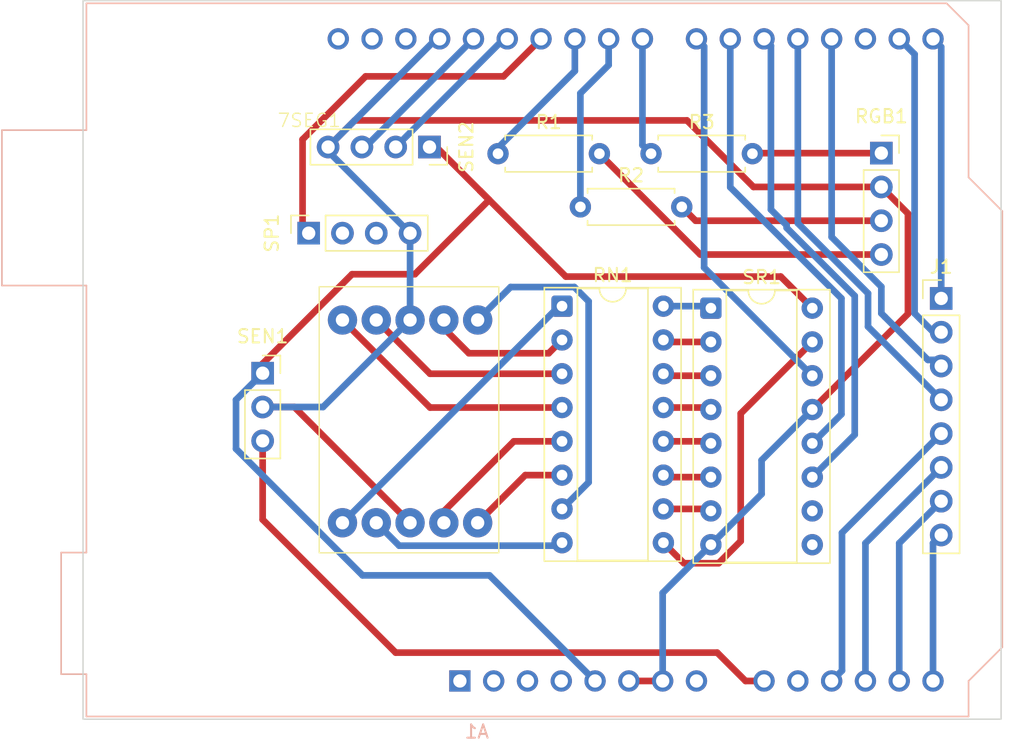
<source format=kicad_pcb>
(kicad_pcb (version 20241229) (generator "pcbnew") (generator_version "9.0")
  (layers (0 "F.Cu" signal) (2 "B.Cu" signal) (13 "F.Paste" user) (15 "B.Paste" user) (5 "F.SilkS" user "F.Silkscreen") (7 "B.SilkS" user "B.Silkscreen") (1 "F.Mask" user) (3 "B.Mask" user) (25 "Edge.Cuts" user))
  (net 0 "")
  (net 1 "/DP")
  (net 2 "/D")
  (net 3 "GND")
  (net 4 "/C")
  (net 5 "/B")
  (net 6 "/A")
  (net 7 "/G")
  (net 8 "/F")
  (net 9 "/E")
  (net 10 "/D2")
  (net 11 "/D13")
  (net 12 "/PWM9")
  (net 13 "/D4")
  (net 14 "/A1")
  (net 15 "/D6")
  (net 17 "/A2")
  (net 18 "/A4")
  (net 20 "/A5")
  (net 21 "/PWM11")
  (net 22 "/PWM8")
  (net 23 "/D7")
  (net 26 "/D3")
  (net 27 "/5v")
  (net 29 "/D12")
  (net 30 "/A0")
  (net 32 "/D1")
  (net 34 "/A3")
  (net 35 "/D5")
  (net 36 "/D0")
  (net 37 "/PWM10")
  (net 39 "Net-(RGB1-Pin_4)")
  (net 40 "Net-(RGB1-Pin_3)")
  (net 41 "Net-(RGB1-Pin_1)")
  (net 42 "/10")
  (net 43 "Net-(RN1-R3.2)")
  (net 44 "Net-(RN1-R2.2)")
  (net 45 "/11")
  (net 46 "/12")
  (net 47 "Net-(RN1-R4.2)")
  (net 48 "Net-(RN1-R1.2)")
  (net 49 "Net-(RN1-R8.2)")
  (footprint "Connector_PinSocket_2.54mm:PinSocket_1x03_P2.54mm_Vertical" (layer "F.Cu") (at 114 86)
    (property "Reference" "SEN1" (at 0 -2.77 0) (layer "F.SilkS"))
    (property "Value" "Conn_01x03_Socket")
    (fp_line (start -1.33 1.27) (end -1.33 6.41) (stroke (width 0.12)) (layer "F.SilkS"))
    (fp_line (start -1.33 1.27) (end 1.33 1.27) (stroke (width 0.12)) (layer "F.SilkS"))
    (fp_line (start -1.33 6.41) (end 1.33 6.41) (stroke (width 0.12)) (layer "F.SilkS"))
    (fp_line (start 0 -1.33) (end 1.33 -1.33) (stroke (width 0.12)) (layer "F.SilkS"))
    (fp_line (start 1.33 -1.33) (end 1.33 0) (stroke (width 0.12)) (layer "F.SilkS"))
    (fp_line (start 1.33 1.27) (end 1.33 6.41) (stroke (width 0.12)) (layer "F.SilkS"))
    (pad "1" thru_hole rect (at 0 0) (size 1.7 1.7) (drill 1) (layers "*.Cu" "*.Mask") (net 27 "/5v"))
    (pad "2" thru_hole circle (at 0 2.54) (size 1.7 1.7) (drill 1) (layers "*.Cu" "*.Mask") (net 3 "GND"))
    (pad "3" thru_hole circle (at 0 5.08) (size 1.7 1.7) (drill 1) (layers "*.Cu" "*.Mask") (net 30 "/A0"))
  )
  (footprint "Resistor_THT:R_Axial_DIN0207_L6.3mm_D2.5mm_P7.62mm_Horizontal" (layer "F.Cu") (at 131.69 69.5)
    (property "Reference" "R1" (at 3.81 -2.37 0) (layer "F.SilkS"))
    (property "Value" "R")
    (fp_line (start 0.54 -1.37) (end 7.08 -1.37) (stroke (width 0.12)) (layer "F.SilkS"))
    (fp_line (start 0.54 -1.04) (end 0.54 -1.37) (stroke (width 0.12)) (layer "F.SilkS"))
    (fp_line (start 0.54 1.04) (end 0.54 1.37) (stroke (width 0.12)) (layer "F.SilkS"))
    (fp_line (start 0.54 1.37) (end 7.08 1.37) (stroke (width 0.12)) (layer "F.SilkS"))
    (fp_line (start 7.08 -1.37) (end 7.08 -1.04) (stroke (width 0.12)) (layer "F.SilkS"))
    (fp_line (start 7.08 1.37) (end 7.08 1.04) (stroke (width 0.12)) (layer "F.SilkS"))
    (pad "1" thru_hole circle (at 0 0) (size 1.6 1.6) (drill 0.8) (layers "*.Cu" "*.Mask") (net 37 "/PWM10"))
    (pad "2" thru_hole circle (at 7.62 0) (size 1.6 1.6) (drill 0.8) (layers "*.Cu" "*.Mask") (net 39 "Net-(RGB1-Pin_4)"))
  )
  (footprint "Package_DIP:DIP-16_W7.62mm_Socket" (layer "F.Cu") (at 136.5 80.96)
    (property "Reference" "RN1" (at 3.81 -2.33 0) (layer "F.SilkS"))
    (property "Value" "R_Pack08")
    (fp_line (start 1.16 -1.33) (end 1.16 19.11) (stroke (width 0.12)) (layer "F.SilkS"))
    (fp_line (start 1.16 19.11) (end 6.46 19.11) (stroke (width 0.12)) (layer "F.SilkS"))
    (fp_line (start 2.81 -1.33) (end 1.16 -1.33) (stroke (width 0.12)) (layer "F.SilkS"))
    (fp_line (start 6.46 -1.33) (end 4.81 -1.33) (stroke (width 0.12)) (layer "F.SilkS"))
    (fp_line (start 6.46 19.11) (end 6.46 -1.33) (stroke (width 0.12)) (layer "F.SilkS"))
    (fp_rect (start -1.33 -1.39) (end 8.95 19.17) (stroke (width 0.12)) (fill no) (layer "F.SilkS"))
    (fp_arc (start 4.81 -1.33) (mid 3.81 -0.33) (end 2.81 -1.33) (stroke (width 0.12)) (layer "F.SilkS"))
    (pad "1" thru_hole roundrect (at 0 0) (size 1.6 1.6) (drill 0.8) (layers "*.Cu" "*.Mask") (roundrect_rratio 0.15625) (net 5 "/B"))
    (pad "2" thru_hole circle (at 0 2.54) (size 1.6 1.6) (drill 0.8) (layers "*.Cu" "*.Mask") (net 4 "/C"))
    (pad "3" thru_hole circle (at 0 5.08) (size 1.6 1.6) (drill 0.8) (layers "*.Cu" "*.Mask") (net 2 "/D"))
    (pad "4" thru_hole circle (at 0 7.62) (size 1.6 1.6) (drill 0.8) (layers "*.Cu" "*.Mask") (net 9 "/E"))
    (pad "5" thru_hole circle (at 0 10.16) (size 1.6 1.6) (drill 0.8) (layers "*.Cu" "*.Mask") (net 8 "/F"))
    (pad "6" thru_hole circle (at 0 12.7) (size 1.6 1.6) (drill 0.8) (layers "*.Cu" "*.Mask") (net 7 "/G"))
    (pad "7" thru_hole circle (at 0 15.24) (size 1.6 1.6) (drill 0.8) (layers "*.Cu" "*.Mask") (net 1 "/DP"))
    (pad "8" thru_hole circle (at 0 17.78) (size 1.6 1.6) (drill 0.8) (layers "*.Cu" "*.Mask") (net 6 "/A"))
    (pad "9" thru_hole circle (at 7.62 17.78) (size 1.6 1.6) (drill 0.8) (layers "*.Cu" "*.Mask") (net 49 "Net-(RN1-R8.2)"))
    (pad "10" thru_hole circle (at 7.62 15.24) (size 1.6 1.6) (drill 0.8) (layers "*.Cu" "*.Mask") (net 42 "/10"))
    (pad "11" thru_hole circle (at 7.62 12.7) (size 1.6 1.6) (drill 0.8) (layers "*.Cu" "*.Mask") (net 45 "/11"))
    (pad "12" thru_hole circle (at 7.62 10.16) (size 1.6 1.6) (drill 0.8) (layers "*.Cu" "*.Mask") (net 46 "/12"))
    (pad "13" thru_hole circle (at 7.62 7.62) (size 1.6 1.6) (drill 0.8) (layers "*.Cu" "*.Mask") (net 47 "Net-(RN1-R4.2)"))
    (pad "14" thru_hole circle (at 7.62 5.08) (size 1.6 1.6) (drill 0.8) (layers "*.Cu" "*.Mask") (net 43 "Net-(RN1-R3.2)"))
    (pad "15" thru_hole circle (at 7.62 2.54) (size 1.6 1.6) (drill 0.8) (layers "*.Cu" "*.Mask") (net 44 "Net-(RN1-R2.2)"))
    (pad "16" thru_hole circle (at 7.62 0) (size 1.6 1.6) (drill 0.8) (layers "*.Cu" "*.Mask") (net 48 "Net-(RN1-R1.2)"))
  )
  (footprint "footprints:LS-5161AS" (layer "F.Cu") (at 120 82)
    (property "Reference" "7SEG1" (at -2.5 -15 0) (layer "F.SilkS") (effects (font (thickness 0.1))))
    (property "Value" "D168K")
    (fp_rect (start -1.75 -2.5) (end 11.75 17.5) (stroke (width 0.1)) (fill no) (layer "F.SilkS"))
    (pad "1" thru_hole circle (at 0 0) (size 2.2 2.2) (drill 1) (layers "*.Cu" "*.Mask") (net 9 "/E"))
    (pad "2" thru_hole circle (at 2.54 0) (size 2.2 2.2) (drill 1) (layers "*.Cu" "*.Mask") (net 2 "/D"))
    (pad "3" thru_hole circle (at 5.08 0) (size 2.2 2.2) (drill 1) (layers "*.Cu" "*.Mask") (net 3 "GND"))
    (pad "4" thru_hole circle (at 7.62 0) (size 2.2 2.2) (drill 1) (layers "*.Cu" "*.Mask") (net 4 "/C"))
    (pad "5" thru_hole circle (at 10.16 0) (size 2.2 2.2) (drill 1) (layers "*.Cu" "*.Mask") (net 1 "/DP"))
    (pad "6" thru_hole circle (at 0 15.24) (size 2.2 2.2) (drill 1) (layers "*.Cu" "*.Mask") (net 5 "/B"))
    (pad "7" thru_hole circle (at 2.54 15.24) (size 2.2 2.2) (drill 1) (layers "*.Cu" "*.Mask") (net 6 "/A"))
    (pad "8" thru_hole circle (at 5.08 15.24) (size 2.2 2.2) (drill 1) (layers "*.Cu" "*.Mask") (net 3 "GND"))
    (pad "9" thru_hole circle (at 7.62 15.24) (size 2.2 2.2) (drill 1) (layers "*.Cu" "*.Mask") (net 8 "/F"))
    (pad "10" thru_hole circle (at 10.16 15.24) (size 2.2 2.2) (drill 1) (layers "*.Cu" "*.Mask") (net 7 "/G"))
  )
  (footprint "Resistor_THT:R_Axial_DIN0207_L6.3mm_D2.5mm_P7.62mm_Horizontal" (layer "F.Cu") (at 137.88 73.5)
    (property "Reference" "R2" (at 3.81 -2.37 0) (layer "F.SilkS"))
    (property "Value" "R")
    (fp_line (start 0.54 -1.37) (end 7.08 -1.37) (stroke (width 0.12)) (layer "F.SilkS"))
    (fp_line (start 0.54 -1.04) (end 0.54 -1.37) (stroke (width 0.12)) (layer "F.SilkS"))
    (fp_line (start 0.54 1.04) (end 0.54 1.37) (stroke (width 0.12)) (layer "F.SilkS"))
    (fp_line (start 0.54 1.37) (end 7.08 1.37) (stroke (width 0.12)) (layer "F.SilkS"))
    (fp_line (start 7.08 -1.37) (end 7.08 -1.04) (stroke (width 0.12)) (layer "F.SilkS"))
    (fp_line (start 7.08 1.37) (end 7.08 1.04) (stroke (width 0.12)) (layer "F.SilkS"))
    (pad "1" thru_hole circle (at 0 0) (size 1.6 1.6) (drill 0.8) (layers "*.Cu" "*.Mask") (net 12 "/PWM9"))
    (pad "2" thru_hole circle (at 7.62 0) (size 1.6 1.6) (drill 0.8) (layers "*.Cu" "*.Mask") (net 40 "Net-(RGB1-Pin_3)"))
  )
  (footprint "Connector_PinSocket_2.54mm:PinSocket_1x04_P2.54mm_Vertical" (layer "F.Cu") (at 126.54 69 -90)
    (property "Reference" "SEN2" (at 0 -2.77 90) (layer "F.SilkS"))
    (property "Value" "Conn_01x04_Socket")
    (fp_line (start -1.33 8.95) (end 1.33 8.95) (stroke (width 0.12)) (layer "F.SilkS"))
    (fp_line (start -1.33 1.27) (end -1.33 8.95) (stroke (width 0.12)) (layer "F.SilkS"))
    (fp_line (start -1.33 1.27) (end 1.33 1.27) (stroke (width 0.12)) (layer "F.SilkS"))
    (fp_line (start 1.33 1.27) (end 1.33 8.95) (stroke (width 0.12)) (layer "F.SilkS"))
    (fp_line (start 0 -1.33) (end 1.33 -1.33) (stroke (width 0.12)) (layer "F.SilkS"))
    (fp_line (start 1.33 -1.33) (end 1.33 0) (stroke (width 0.12)) (layer "F.SilkS"))
    (pad "1" thru_hole rect (at 0 0 270) (size 1.7 1.7) (drill 1) (layers "*.Cu" "*.Mask") (net 27 "/5v"))
    (pad "2" thru_hole circle (at 0 2.54 270) (size 1.7 1.7) (drill 1) (layers "*.Cu" "*.Mask") (net 29 "/D12"))
    (pad "3" thru_hole circle (at 0 5.08 270) (size 1.7 1.7) (drill 1) (layers "*.Cu" "*.Mask") (net 11 "/D13"))
    (pad "4" thru_hole circle (at 0 7.62 270) (size 1.7 1.7) (drill 1) (layers "*.Cu" "*.Mask") (net 3 "GND"))
  )
  (footprint "Connector_PinSocket_2.54mm:PinSocket_1x04_P2.54mm_Vertical" (layer "F.Cu") (at 160.5 69.46)
    (property "Reference" "RGB1" (at 0 -2.77 0) (layer "F.SilkS"))
    (property "Value" "Conn_01x04_Socket")
    (fp_line (start -1.33 1.27) (end -1.33 8.95) (stroke (width 0.12)) (layer "F.SilkS"))
    (fp_line (start -1.33 1.27) (end 1.33 1.27) (stroke (width 0.12)) (layer "F.SilkS"))
    (fp_line (start -1.33 8.95) (end 1.33 8.95) (stroke (width 0.12)) (layer "F.SilkS"))
    (fp_line (start 0 -1.33) (end 1.33 -1.33) (stroke (width 0.12)) (layer "F.SilkS"))
    (fp_line (start 1.33 -1.33) (end 1.33 0) (stroke (width 0.12)) (layer "F.SilkS"))
    (fp_line (start 1.33 1.27) (end 1.33 8.95) (stroke (width 0.12)) (layer "F.SilkS"))
    (pad "1" thru_hole rect (at 0 0) (size 1.7 1.7) (drill 1) (layers "*.Cu" "*.Mask") (net 41 "Net-(RGB1-Pin_1)"))
    (pad "2" thru_hole circle (at 0 2.54) (size 1.7 1.7) (drill 1) (layers "*.Cu" "*.Mask") (net 3 "GND"))
    (pad "3" thru_hole circle (at 0 5.08) (size 1.7 1.7) (drill 1) (layers "*.Cu" "*.Mask") (net 40 "Net-(RGB1-Pin_3)"))
    (pad "4" thru_hole circle (at 0 7.62) (size 1.7 1.7) (drill 1) (layers "*.Cu" "*.Mask") (net 39 "Net-(RGB1-Pin_4)"))
  )
  (footprint "Resistor_THT:R_Axial_DIN0207_L6.3mm_D2.5mm_P7.62mm_Horizontal" (layer "F.Cu") (at 143.19 69.5)
    (property "Reference" "R3" (at 3.81 -2.37 0) (layer "F.SilkS"))
    (property "Value" "R")
    (fp_line (start 0.54 -1.37) (end 7.08 -1.37) (stroke (width 0.12)) (layer "F.SilkS"))
    (fp_line (start 0.54 -1.04) (end 0.54 -1.37) (stroke (width 0.12)) (layer "F.SilkS"))
    (fp_line (start 0.54 1.04) (end 0.54 1.37) (stroke (width 0.12)) (layer "F.SilkS"))
    (fp_line (start 0.54 1.37) (end 7.08 1.37) (stroke (width 0.12)) (layer "F.SilkS"))
    (fp_line (start 7.08 -1.37) (end 7.08 -1.04) (stroke (width 0.12)) (layer "F.SilkS"))
    (fp_line (start 7.08 1.37) (end 7.08 1.04) (stroke (width 0.12)) (layer "F.SilkS"))
    (pad "1" thru_hole circle (at 0 0) (size 1.6 1.6) (drill 0.8) (layers "*.Cu" "*.Mask") (net 22 "/PWM8"))
    (pad "2" thru_hole circle (at 7.62 0) (size 1.6 1.6) (drill 0.8) (layers "*.Cu" "*.Mask") (net 41 "Net-(RGB1-Pin_1)"))
  )
  (footprint "Connector_PinSocket_2.54mm:PinSocket_1x04_P2.54mm_Vertical" (layer "F.Cu") (at 117.46 75.475 90)
    (property "Reference" "SP1" (at 0 -2.77 90) (layer "F.SilkS"))
    (property "Value" "Conn_01x04_Socket")
    (fp_line (start 1.33 -1.33) (end 1.33 0) (stroke (width 0.12)) (layer "F.SilkS"))
    (fp_line (start 0 -1.33) (end 1.33 -1.33) (stroke (width 0.12)) (layer "F.SilkS"))
    (fp_line (start 1.33 1.27) (end 1.33 8.95) (stroke (width 0.12)) (layer "F.SilkS"))
    (fp_line (start -1.33 1.27) (end 1.33 1.27) (stroke (width 0.12)) (layer "F.SilkS"))
    (fp_line (start -1.33 1.27) (end -1.33 8.95) (stroke (width 0.12)) (layer "F.SilkS"))
    (fp_line (start -1.33 8.95) (end 1.33 8.95) (stroke (width 0.12)) (layer "F.SilkS"))
    (pad "1" thru_hole rect (at 0 0 90) (size 1.7 1.7) (drill 1) (layers "*.Cu" "*.Mask") (net 21 "/PWM11"))
    (pad "2" thru_hole circle (at 0 2.54 90) (size 1.7 1.7) (drill 1) (layers "*.Cu" "*.Mask"))
    (pad "3" thru_hole circle (at 0 5.08 90) (size 1.7 1.7) (drill 1) (layers "*.Cu" "*.Mask"))
    (pad "4" thru_hole circle (at 0 7.62 90) (size 1.7 1.7) (drill 1) (layers "*.Cu" "*.Mask") (net 3 "GND"))
  )
  (footprint "Package_DIP:DIP-16_W7.62mm_Socket" (layer "F.Cu") (at 147.69 81.11)
    (property "Reference" "SR1" (at 3.81 -2.33 0) (layer "F.SilkS"))
    (property "Value" "74HC595")
    (fp_line (start 1.16 -1.33) (end 1.16 19.11) (stroke (width 0.12)) (layer "F.SilkS"))
    (fp_line (start 1.16 19.11) (end 6.46 19.11) (stroke (width 0.12)) (layer "F.SilkS"))
    (fp_line (start 2.81 -1.33) (end 1.16 -1.33) (stroke (width 0.12)) (layer "F.SilkS"))
    (fp_line (start 6.46 -1.33) (end 4.81 -1.33) (stroke (width 0.12)) (layer "F.SilkS"))
    (fp_line (start 6.46 19.11) (end 6.46 -1.33) (stroke (width 0.12)) (layer "F.SilkS"))
    (fp_rect (start -1.33 -1.39) (end 8.95 19.17) (stroke (width 0.12)) (fill no) (layer "F.SilkS"))
    (fp_arc (start 4.81 -1.33) (mid 3.81 -0.33) (end 2.81 -1.33) (stroke (width 0.12)) (layer "F.SilkS"))
    (pad "1" thru_hole roundrect (at 0 0) (size 1.6 1.6) (drill 0.8) (layers "*.Cu" "*.Mask") (roundrect_rratio 0.15625) (net 48 "Net-(RN1-R1.2)"))
    (pad "2" thru_hole circle (at 0 2.54) (size 1.6 1.6) (drill 0.8) (layers "*.Cu" "*.Mask") (net 44 "Net-(RN1-R2.2)"))
    (pad "3" thru_hole circle (at 0 5.08) (size 1.6 1.6) (drill 0.8) (layers "*.Cu" "*.Mask") (net 43 "Net-(RN1-R3.2)"))
    (pad "4" thru_hole circle (at 0 7.62) (size 1.6 1.6) (drill 0.8) (layers "*.Cu" "*.Mask") (net 47 "Net-(RN1-R4.2)"))
    (pad "5" thru_hole circle (at 0 10.16) (size 1.6 1.6) (drill 0.8) (layers "*.Cu" "*.Mask") (net 46 "/12"))
    (pad "6" thru_hole circle (at 0 12.7) (size 1.6 1.6) (drill 0.8) (layers "*.Cu" "*.Mask") (net 45 "/11"))
    (pad "7" thru_hole circle (at 0 15.24) (size 1.6 1.6) (drill 0.8) (layers "*.Cu" "*.Mask") (net 42 "/10"))
    (pad "8" thru_hole circle (at 0 17.78) (size 1.6 1.6) (drill 0.8) (layers "*.Cu" "*.Mask") (net 3 "GND"))
    (pad "9" thru_hole circle (at 7.62 17.78) (size 1.6 1.6) (drill 0.8) (layers "*.Cu" "*.Mask"))
    (pad "10" thru_hole circle (at 7.62 15.24) (size 1.6 1.6) (drill 0.8) (layers "*.Cu" "*.Mask"))
    (pad "11" thru_hole circle (at 7.62 12.7) (size 1.6 1.6) (drill 0.8) (layers "*.Cu" "*.Mask") (net 35 "/D5"))
    (pad "12" thru_hole circle (at 7.62 10.16) (size 1.6 1.6) (drill 0.8) (layers "*.Cu" "*.Mask") (net 15 "/D6"))
    (pad "13" thru_hole circle (at 7.62 7.62) (size 1.6 1.6) (drill 0.8) (layers "*.Cu" "*.Mask") (net 3 "GND"))
    (pad "14" thru_hole circle (at 7.62 5.08) (size 1.6 1.6) (drill 0.8) (layers "*.Cu" "*.Mask") (net 23 "/D7"))
    (pad "15" thru_hole circle (at 7.62 2.54) (size 1.6 1.6) (drill 0.8) (layers "*.Cu" "*.Mask") (net 49 "Net-(RN1-R8.2)"))
    (pad "16" thru_hole circle (at 7.62 0) (size 1.6 1.6) (drill 0.8) (layers "*.Cu" "*.Mask") (net 27 "/5v"))
  )
  (footprint "Connector_PinHeader_2.54mm:PinHeader_1x08_P2.54mm_Vertical" (layer "F.Cu") (at 165 80.38)
    (property "Reference" "J1" (at 0 -2.38 0) (layer "F.SilkS"))
    (property "Value" "Conn_01x08_Pin")
    (fp_line (start -1.38 -1.38) (end 0 -1.38) (stroke (width 0.12)) (layer "F.SilkS"))
    (fp_line (start -1.38 0) (end -1.38 -1.38) (stroke (width 0.12)) (layer "F.SilkS"))
    (fp_line (start -1.38 1.27) (end -1.38 19.16) (stroke (width 0.12)) (layer "F.SilkS"))
    (fp_line (start -1.38 1.27) (end 1.38 1.27) (stroke (width 0.12)) (layer "F.SilkS"))
    (fp_line (start -1.38 19.16) (end 1.38 19.16) (stroke (width 0.12)) (layer "F.SilkS"))
    (fp_line (start 1.38 1.27) (end 1.38 19.16) (stroke (width 0.12)) (layer "F.SilkS"))
    (pad "1" thru_hole rect (at 0 0) (size 1.7 1.7) (drill 1) (layers "*.Cu" "*.Mask") (net 36 "/D0"))
    (pad "2" thru_hole circle (at 0 2.54) (size 1.7 1.7) (drill 1) (layers "*.Cu" "*.Mask") (net 32 "/D1"))
    (pad "3" thru_hole circle (at 0 5.08) (size 1.7 1.7) (drill 1) (layers "*.Cu" "*.Mask") (net 26 "/D3"))
    (pad "4" thru_hole circle (at 0 7.62) (size 1.7 1.7) (drill 1) (layers "*.Cu" "*.Mask") (net 13 "/D4"))
    (pad "5" thru_hole circle (at 0 10.16) (size 1.7 1.7) (drill 1) (layers "*.Cu" "*.Mask") (net 17 "/A2"))
    (pad "6" thru_hole circle (at 0 12.7) (size 1.7 1.7) (drill 1) (layers "*.Cu" "*.Mask") (net 34 "/A3"))
    (pad "7" thru_hole circle (at 0 15.24) (size 1.7 1.7) (drill 1) (layers "*.Cu" "*.Mask") (net 18 "/A4"))
    (pad "8" thru_hole circle (at 0 17.78) (size 1.7 1.7) (drill 1) (layers "*.Cu" "*.Mask") (net 20 "/A5"))
  )
  (footprint "Module:Arduino_UNO_R3" (layer "B.Cu") (at 128.825 109.13)
    (property "Reference" "A1" (at 1.27 3.81 0) (layer "B.SilkS") (effects (justify mirror)))
    (property "Value" "Arduino_UNO_R3")
    (fp_line (start -34.42 -41.4) (end -28.07 -41.4) (stroke (width 0.12)) (layer "B.SilkS"))
    (fp_line (start -34.42 -29.72) (end -34.42 -41.4) (stroke (width 0.12)) (layer "B.SilkS"))
    (fp_line (start -29.97 -9.65) (end -28.07 -9.65) (stroke (width 0.12)) (layer "B.SilkS"))
    (fp_line (start -29.97 -0.51) (end -29.97 -9.65) (stroke (width 0.12)) (layer "B.SilkS"))
    (fp_line (start -28.07 -50.93) (end 36.58 -50.93) (stroke (width 0.12)) (layer "B.SilkS"))
    (fp_line (start -28.07 -41.4) (end -28.07 -50.93) (stroke (width 0.12)) (layer "B.SilkS"))
    (fp_line (start -28.07 -29.72) (end -34.42 -29.72) (stroke (width 0.12)) (layer "B.SilkS"))
    (fp_line (start -28.07 -9.65) (end -28.07 -29.72) (stroke (width 0.12)) (layer "B.SilkS"))
    (fp_line (start -28.07 -0.51) (end -29.97 -0.51) (stroke (width 0.12)) (layer "B.SilkS"))
    (fp_line (start -28.07 2.67) (end -28.07 -0.51) (stroke (width 0.12)) (layer "B.SilkS"))
    (fp_line (start 36.58 -50.93) (end 38.23 -49.28) (stroke (width 0.12)) (layer "B.SilkS"))
    (fp_line (start 38.23 -49.28) (end 38.23 -37.85) (stroke (width 0.12)) (layer "B.SilkS"))
    (fp_line (start 38.23 -37.85) (end 40.77 -35.31) (stroke (width 0.12)) (layer "B.SilkS"))
    (fp_line (start 38.23 0) (end 38.23 2.67) (stroke (width 0.12)) (layer "B.SilkS"))
    (fp_line (start 38.23 2.67) (end -28.07 2.67) (stroke (width 0.12)) (layer "B.SilkS"))
    (fp_line (start 40.77 -35.31) (end 40.77 -2.54) (stroke (width 0.12)) (layer "B.SilkS"))
    (fp_line (start 40.77 -2.54) (end 38.23 0) (stroke (width 0.12)) (layer "B.SilkS"))
    (pad "1" thru_hole rect (at 0 0 270) (size 1.6 1.6) (drill 1) (layers "*.Cu" "*.Mask"))
    (pad "2" thru_hole oval (at 2.54 0 270) (size 1.6 1.6) (drill 1) (layers "*.Cu" "*.Mask"))
    (pad "3" thru_hole oval (at 5.08 0 270) (size 1.6 1.6) (drill 1) (layers "*.Cu" "*.Mask"))
    (pad "4" thru_hole oval (at 7.62 0 270) (size 1.6 1.6) (drill 1) (layers "*.Cu" "*.Mask"))
    (pad "5" thru_hole oval (at 10.16 0 270) (size 1.6 1.6) (drill 1) (layers "*.Cu" "*.Mask") (net 27 "/5v"))
    (pad "6" thru_hole oval (at 12.7 0 270) (size 1.6 1.6) (drill 1) (layers "*.Cu" "*.Mask") (net 3 "GND"))
    (pad "7" thru_hole oval (at 15.24 0 270) (size 1.6 1.6) (drill 1) (layers "*.Cu" "*.Mask") (net 3 "GND"))
    (pad "8" thru_hole oval (at 17.78 0 270) (size 1.6 1.6) (drill 1) (layers "*.Cu" "*.Mask"))
    (pad "9" thru_hole oval (at 22.86 0 270) (size 1.6 1.6) (drill 1) (layers "*.Cu" "*.Mask") (net 30 "/A0"))
    (pad "10" thru_hole oval (at 25.4 0 270) (size 1.6 1.6) (drill 1) (layers "*.Cu" "*.Mask") (net 14 "/A1"))
    (pad "11" thru_hole oval (at 27.94 0 270) (size 1.6 1.6) (drill 1) (layers "*.Cu" "*.Mask") (net 17 "/A2"))
    (pad "12" thru_hole oval (at 30.48 0 270) (size 1.6 1.6) (drill 1) (layers "*.Cu" "*.Mask") (net 34 "/A3"))
    (pad "13" thru_hole oval (at 33.02 0 270) (size 1.6 1.6) (drill 1) (layers "*.Cu" "*.Mask") (net 18 "/A4"))
    (pad "14" thru_hole oval (at 35.56 0 270) (size 1.6 1.6) (drill 1) (layers "*.Cu" "*.Mask") (net 20 "/A5"))
    (pad "15" thru_hole oval (at 35.56 -48.26 270) (size 1.6 1.6) (drill 1) (layers "*.Cu" "*.Mask") (net 36 "/D0"))
    (pad "16" thru_hole oval (at 33.02 -48.26 270) (size 1.6 1.6) (drill 1) (layers "*.Cu" "*.Mask") (net 32 "/D1"))
    (pad "17" thru_hole oval (at 30.48 -48.26 270) (size 1.6 1.6) (drill 1) (layers "*.Cu" "*.Mask") (net 10 "/D2"))
    (pad "18" thru_hole oval (at 27.94 -48.26 270) (size 1.6 1.6) (drill 1) (layers "*.Cu" "*.Mask") (net 26 "/D3"))
    (pad "19" thru_hole oval (at 25.4 -48.26 270) (size 1.6 1.6) (drill 1) (layers "*.Cu" "*.Mask") (net 13 "/D4"))
    (pad "20" thru_hole oval (at 22.86 -48.26 270) (size 1.6 1.6) (drill 1) (layers "*.Cu" "*.Mask") (net 35 "/D5"))
    (pad "21" thru_hole oval (at 20.32 -48.26 270) (size 1.6 1.6) (drill 1) (layers "*.Cu" "*.Mask") (net 15 "/D6"))
    (pad "22" thru_hole oval (at 17.78 -48.26 270) (size 1.6 1.6) (drill 1) (layers "*.Cu" "*.Mask") (net 23 "/D7"))
    (pad "23" thru_hole oval (at 13.72 -48.26 270) (size 1.6 1.6) (drill 1) (layers "*.Cu" "*.Mask") (net 22 "/PWM8"))
    (pad "24" thru_hole oval (at 11.18 -48.26 270) (size 1.6 1.6) (drill 1) (layers "*.Cu" "*.Mask") (net 12 "/PWM9"))
    (pad "25" thru_hole oval (at 8.64 -48.26 270) (size 1.6 1.6) (drill 1) (layers "*.Cu" "*.Mask") (net 37 "/PWM10"))
    (pad "26" thru_hole oval (at 6.1 -48.26 270) (size 1.6 1.6) (drill 1) (layers "*.Cu" "*.Mask") (net 21 "/PWM11"))
    (pad "27" thru_hole oval (at 3.56 -48.26 270) (size 1.6 1.6) (drill 1) (layers "*.Cu" "*.Mask") (net 29 "/D12"))
    (pad "28" thru_hole oval (at 1.02 -48.26 270) (size 1.6 1.6) (drill 1) (layers "*.Cu" "*.Mask") (net 11 "/D13"))
    (pad "29" thru_hole oval (at -1.52 -48.26 270) (size 1.6 1.6) (drill 1) (layers "*.Cu" "*.Mask") (net 3 "GND"))
    (pad "30" thru_hole oval (at -4.06 -48.26 270) (size 1.6 1.6) (drill 1) (layers "*.Cu" "*.Mask"))
    (pad "31" thru_hole oval (at -6.6 -48.26 270) (size 1.6 1.6) (drill 1) (layers "*.Cu" "*.Mask"))
    (pad "32" thru_hole oval (at -9.14 -48.26 270) (size 1.6 1.6) (drill 1) (layers "*.Cu" "*.Mask"))
  )
  (gr_rect (start 100.5 58) (end 169.5 112) (stroke (width 0.1)) (fill no) (layer "Edge.Cuts"))
  (segment (start 138.5 80.598) (end 138.5 94.2) (width 0.5) (layer "B.Cu") (net 1))
  (segment (start 132.636 79.524) (end 137.426 79.524) (width 0.5) (layer "B.Cu") (net 1))
  (segment (start 137.426 79.524) (end 138.5 80.598) (width 0.5) (layer "B.Cu") (net 1))
  (segment (start 130.16 82) (end 132.636 79.524) (width 0.5) (layer "B.Cu") (net 1))
  (segment (start 138.5 94.2) (end 136.5 96.2) (width 0.5) (layer "B.Cu") (net 1))
  (segment (start 126.58 86.04) (end 122.54 82) (width 0.5) (layer "F.Cu") (net 2))
  (segment (start 136.5 86.04) (end 126.58 86.04) (width 0.5) (layer "F.Cu") (net 2))
  (segment (start 141.525 109.13) (end 144.065 109.13) (width 0.5) (layer "F.Cu") (net 3))
  (segment (start 114 88.54) (end 116.38 88.54) (width 0.5) (layer "F.Cu") (net 3))
  (segment (start 145.8902 67) (end 146.948 68.0578) (width 0.5) (layer "F.Cu") (net 3))
  (segment (start 116.38 88.54) (end 125.08 97.24) (width 0.5) (layer "F.Cu") (net 3))
  (segment (start 118.92 69) (end 120.92 67) (width 0.5) (layer "F.Cu") (net 3))
  (segment (start 162.5 74) (end 160.5 72) (width 0.5) (layer "F.Cu") (net 3))
  (segment (start 150.89 72) (end 160.5 72) (width 0.5) (layer "F.Cu") (net 3))
  (segment (start 120.92 67) (end 145.8902 67) (width 0.5) (layer "F.Cu") (net 3))
  (segment (start 155.31 88.73) (end 162.5 81.54) (width 0.5) (layer "F.Cu") (net 3))
  (segment (start 162.5 81.54) (end 162.5 74) (width 0.5) (layer "F.Cu") (net 3))
  (segment (start 146.948 68.0578) (end 150.89 72) (width 0.5) (layer "F.Cu") (net 3))
  (segment (start 119.194 69.5894) (end 125.08 75.475) (width 0.5) (layer "B.Cu") (net 3))
  (segment (start 118.92 69) (end 119.194 68.7256) (width 0.5) (layer "B.Cu") (net 3))
  (segment (start 151.5 95.08) (end 151.5 92.54) (width 0.5) (layer "B.Cu") (net 3))
  (segment (start 119.194 68.7256) (end 127.05 60.87) (width 0.5) (layer "B.Cu") (net 3))
  (segment (start 118.54 88.54) (end 114 88.54) (width 0.5) (layer "B.Cu") (net 3))
  (segment (start 144.065 102.515) (end 147.69 98.89) (width 0.5) (layer "B.Cu") (net 3))
  (segment (start 144.065 109.13) (end 144.065 102.515) (width 0.5) (layer "B.Cu") (net 3))
  (segment (start 125.08 75.475) (end 125.08 82) (width 0.5) (layer "B.Cu") (net 3))
  (segment (start 119.194 68.7256) (end 119.194 69.5894) (width 0.5) (layer "B.Cu") (net 3))
  (segment (start 125.08 82) (end 118.54 88.54) (width 0.5) (layer "B.Cu") (net 3))
  (segment (start 147.69 98.89) (end 151.5 95.08) (width 0.5) (layer "B.Cu") (net 3))
  (segment (start 151.5 92.54) (end 155.31 88.73) (width 0.5) (layer "B.Cu") (net 3))
  (segment (start 127.05 60.87) (end 127.305 60.87) (width 0.5) (layer "B.Cu") (net 3))
  (segment (start 136.5 83.5) (end 135.5 84.5) (width 0.5) (layer "F.Cu") (net 4))
  (segment (start 135.5 84.5) (end 129.5 84.5) (width 0.5) (layer "F.Cu") (net 4))
  (segment (start 129.5 84.5) (end 127.62 82.62) (width 0.5) (layer "F.Cu") (net 4))
  (segment (start 127.62 82.62) (end 127.62 82) (width 0.5) (layer "F.Cu") (net 4))
  (segment (start 136.5 80.96) (end 136.28 80.96) (width 0.5) (layer "B.Cu") (net 5))
  (segment (start 136.28 80.96) (end 120 97.24) (width 0.5) (layer "B.Cu") (net 5))
  (segment (start 136.5 98.74) (end 136.278 98.9623) (width 0.5) (layer "B.Cu") (net 6))
  (segment (start 124.262 98.9623) (end 122.54 97.24) (width 0.5) (layer "B.Cu") (net 6))
  (segment (start 136.278 98.9623) (end 124.262 98.9623) (width 0.5) (layer "B.Cu") (net 6))
  (segment (start 133.74 93.66) (end 130.16 97.24) (width 0.5) (layer "F.Cu") (net 7))
  (segment (start 136.5 93.66) (end 133.74 93.66) (width 0.5) (layer "F.Cu") (net 7))
  (segment (start 127.62 96.38) (end 132.88 91.12) (width 0.5) (layer "F.Cu") (net 8))
  (segment (start 132.88 91.12) (end 136.5 91.12) (width 0.5) (layer "F.Cu") (net 8))
  (segment (start 127.62 97.24) (end 127.62 96.38) (width 0.5) (layer "F.Cu") (net 8))
  (segment (start 126.58 88.58) (end 120 82) (width 0.5) (layer "F.Cu") (net 9))
  (segment (start 136.5 88.58) (end 126.58 88.58) (width 0.5) (layer "F.Cu") (net 9))
  (segment (start 129.845 60.87) (end 121.715 69) (width 0.5) (layer "B.Cu") (net 11))
  (segment (start 121.715 69) (end 121.46 69) (width 0.5) (layer "B.Cu") (net 11))
  (segment (start 137.88 73.5) (end 137.88 64.9632) (width 0.5) (layer "B.Cu") (net 12))
  (segment (start 140.005 62.8382) (end 140.005 60.87) (width 0.5) (layer "B.Cu") (net 12))
  (segment (start 137.88 64.9632) (end 140.005 62.8382) (width 0.5) (layer "B.Cu") (net 12))
  (segment (start 159.5 80) (end 154.225 74.725) (width 0.5) (layer "B.Cu") (net 13))
  (segment (start 159.5 82.5) (end 159.5 80) (width 0.5) (layer "B.Cu") (net 13))
  (segment (start 165 88) (end 159.5 82.5) (width 0.5) (layer "B.Cu") (net 13))
  (segment (start 154.225 74.725) (end 154.225 60.87) (width 0.5) (layer "B.Cu") (net 13))
  (segment (start 157.5 89.08) (end 157.5 80.378708) (width 0.5) (layer "B.Cu") (net 15))
  (segment (start 157.5 80.378708) (end 149.145 72.023708) (width 0.5) (layer "B.Cu") (net 15))
  (segment (start 155.31 91.27) (end 157.5 89.08) (width 0.5) (layer "B.Cu") (net 15))
  (segment (start 149.145 72.023708) (end 149.145 60.87) (width 0.5) (layer "B.Cu") (net 15))
  (segment (start 157.543 97.9966) (end 165 90.54) (width 0.5) (layer "B.Cu") (net 17))
  (segment (start 157.543 108.352) (end 157.543 97.9966) (width 0.5) (layer "B.Cu") (net 17))
  (segment (start 156.765 109.13) (end 157.543 108.352) (width 0.5) (layer "B.Cu") (net 17))
  (segment (start 165 95.62) (end 161.845 98.775) (width 0.5) (layer "B.Cu") (net 18))
  (segment (start 161.845 98.775) (end 161.845 109.13) (width 0.5) (layer "B.Cu") (net 18))
  (segment (start 165 98.16) (end 164.385 98.775) (width 0.5) (layer "B.Cu") (net 20))
  (segment (start 164.385 98.775) (end 164.385 109.13) (width 0.5) (layer "B.Cu") (net 20))
  (segment (start 132.104 63.6913) (end 121.73985 63.6913) (width 0.5) (layer "F.Cu") (net 21))
  (segment (start 121.73985 63.6913) (end 117 68.43115) (width 0.5) (layer "F.Cu") (net 21))
  (segment (start 134.925 60.87) (end 132.104 63.6913) (width 0.5) (layer "F.Cu") (net 21))
  (segment (start 117 75.015) (end 117.46 75.475) (width 0.5) (layer "F.Cu") (net 21))
  (segment (start 117 68.43115) (end 117 75.015) (width 0.5) (layer "F.Cu") (net 21))
  (segment (start 142.545 68.855) (end 142.545 60.87) (width 0.5) (layer "B.Cu") (net 22))
  (segment (start 143.19 69.5) (end 142.545 68.855) (width 0.5) (layer "B.Cu") (net 22))
  (segment (start 147.182 61.447) (end 147.182 78.0618) (width 0.5) (layer "B.Cu") (net 23))
  (segment (start 147.182 78.0618) (end 155.31 86.19) (width 0.5) (layer "B.Cu") (net 23))
  (segment (start 146.605 60.87) (end 147.182 61.447) (width 0.5) (layer "B.Cu") (net 23))
  (segment (start 160.5 79.5) (end 156.765 75.765) (width 0.5) (layer "B.Cu") (net 26))
  (segment (start 160.775454 81.775454) (end 160.5 81.5) (width 0.5) (layer "B.Cu") (net 26))
  (segment (start 165 85.47894) (end 164.999998 85.47894) (width 0.5) (layer "B.Cu") (net 26))
  (segment (start 160.5 81.5) (end 160.5 79.5) (width 0.5) (layer "B.Cu") (net 26))
  (segment (start 164 85) (end 160.775454 81.775454) (width 0.5) (layer "B.Cu") (net 26))
  (segment (start 156.765 75.765) (end 156.765 60.87) (width 0.5) (layer "B.Cu") (net 26))
  (segment (start 164.999998 85.47894) (end 164.521058 85) (width 0.5) (layer "B.Cu") (net 26))
  (segment (start 165 85.46) (end 165 85.47894) (width 0.5) (layer "B.Cu") (net 26))
  (segment (start 164.521058 85) (end 164 85) (width 0.5) (layer "B.Cu") (net 26))
  (segment (start 136.76 78.7077) (end 134.772 76.7195) (width 0.5) (layer "F.Cu") (net 27))
  (segment (start 127.052 69) (end 126.54 69) (width 0.5) (layer "F.Cu") (net 27))
  (segment (start 136.79102 78.73872) (end 136.76 78.7077) (width 0.5) (layer "F.Cu") (net 27))
  (segment (start 120.718 78.5607) (end 125.4393 78.5607) (width 0.5) (layer "F.Cu") (net 27))
  (segment (start 125.4393 78.5607) (end 131.026 72.974) (width 0.5) (layer "F.Cu") (net 27))
  (segment (start 114 85.2791) (end 120.718 78.5607) (width 0.5) (layer "F.Cu") (net 27))
  (segment (start 152.93892 78.73892) (end 152.93892 78.73872) (width 0.5) (layer "F.Cu") (net 27))
  (segment (start 114 86) (end 114 85.2791) (width 0.5) (layer "F.Cu") (net 27))
  (segment (start 130.335 72.283) (end 127.052 69) (width 0.5) (layer "F.Cu") (net 27))
  (segment (start 131.026 72.974) (end 130.335 72.283) (width 0.5) (layer "F.Cu") (net 27))
  (segment (start 155.31 81.11) (end 152.93892 78.73892) (width 0.5) (layer "F.Cu") (net 27))
  (segment (start 152.93892 78.73872) (end 136.79102 78.73872) (width 0.5) (layer "F.Cu") (net 27))
  (segment (start 134.772 76.7195) (end 130.335 72.283) (width 0.5) (layer "F.Cu") (net 27))
  (segment (start 131.0491 101.1941) (end 121.5096 101.1941) (width 0.5) (layer "B.Cu") (net 27))
  (segment (start 112 88) (end 114 86) (width 0.5) (layer "B.Cu") (net 27))
  (segment (start 121.5096 101.1941) (end 112 91.6845) (width 0.5) (layer "B.Cu") (net 27))
  (segment (start 138.985 109.13) (end 131.0491 101.1941) (width 0.5) (layer "B.Cu") (net 27))
  (segment (start 112 91.6845) (end 112 88) (width 0.5) (layer "B.Cu") (net 27))
  (segment (start 132.13 60.87) (end 132.385 60.87) (width 0.5) (layer "B.Cu") (net 29))
  (segment (start 124 69) (end 132.13 60.87) (width 0.5) (layer "B.Cu") (net 29))
  (segment (start 150.293 109.13) (end 148.163 107) (width 0.5) (layer "F.Cu") (net 30))
  (segment (start 151.685 109.13) (end 150.293 109.13) (width 0.5) (layer "F.Cu") (net 30))
  (segment (start 124 107) (end 114 97) (width 0.5) (layer "F.Cu") (net 30))
  (segment (start 148.163 107) (end 124 107) (width 0.5) (layer "F.Cu") (net 30))
  (segment (start 114 97) (end 114 91.08) (width 0.5) (layer "F.Cu") (net 30))
  (segment (start 163 62.025) (end 161.845 60.87) (width 0.5) (layer "B.Cu") (net 32))
  (segment (start 164.42 82.92) (end 163 81.5) (width 0.5) (layer "B.Cu") (net 32))
  (segment (start 163 81.5) (end 163 62.025) (width 0.5) (layer "B.Cu") (net 32))
  (segment (start 165 82.92) (end 164.42 82.92) (width 0.5) (layer "B.Cu") (net 32))
  (segment (start 159.305 98.775) (end 165 93.08) (width 0.5) (layer "B.Cu") (net 34))
  (segment (start 159.305 109.13) (end 159.305 98.775) (width 0.5) (layer "B.Cu") (net 34))
  (segment (start 152.202 61.387) (end 151.685 60.87) (width 0.5) (layer "B.Cu") (net 35))
  (segment (start 152.202 73.702) (end 152.202 61.387) (width 0.5) (layer "B.Cu") (net 35))
  (segment (start 153.384 74.884) (end 152.202 73.702) (width 0.5) (layer "B.Cu") (net 35))
  (segment (start 158.5 90.62) (end 158.5 80.189354) (width 0.5) (layer "B.Cu") (net 35))
  (segment (start 155.31 93.81) (end 158.5 90.62) (width 0.5) (layer "B.Cu") (net 35))
  (segment (start 158.5 80.189354) (end 153.384 75.073354) (width 0.5) (layer "B.Cu") (net 35))
  (segment (start 153.384 75.073354) (end 153.384 74.884) (width 0.5) (layer "B.Cu") (net 35))
  (segment (start 165 61.485) (end 164.385 60.87) (width 0.5) (layer "B.Cu") (net 36))
  (segment (start 165 80.38) (end 165 61.485) (width 0.5) (layer "B.Cu") (net 36))
  (segment (start 137.465 60.87) (end 137.465 63.2834) (width 0.5) (layer "B.Cu") (net 37))
  (segment (start 137.465 63.2834) (end 131.69 69.0584) (width 0.5) (layer "B.Cu") (net 37))
  (segment (start 131.69 69.0584) (end 131.69 69.5) (width 0.5) (layer "B.Cu") (net 37))
  (segment (start 139.31 69.5) (end 146.89 77.08) (width 0.5) (layer "F.Cu") (net 39))
  (segment (start 146.89 77.08) (end 160.5 77.08) (width 0.5) (layer "F.Cu") (net 39))
  (segment (start 146.54 74.54) (end 145.5 73.5) (width 0.5) (layer "F.Cu") (net 40))
  (segment (start 160.5 74.54) (end 146.54 74.54) (width 0.5) (layer "F.Cu") (net 40))
  (segment (start 150.85 69.46) (end 150.81 69.5) (width 0.5) (layer "F.Cu") (net 41))
  (segment (start 160.5 69.46) (end 150.85 69.46) (width 0.5) (layer "F.Cu") (net 41))
  (segment (start 144.12 96.2) (end 147.54 96.2) (width 0.5) (layer "F.Cu") (net 42))
  (segment (start 147.54 96.2) (end 147.69 96.35) (width 0.5) (layer "F.Cu") (net 42))
  (segment (start 147.69 86.19) (end 144.27 86.19) (width 0.5) (layer "F.Cu") (net 43))
  (segment (start 144.27 86.19) (end 144.12 86.04) (width 0.5) (layer "F.Cu") (net 43))
  (segment (start 144.27 83.65) (end 144.12 83.5) (width 0.5) (layer "F.Cu") (net 44))
  (segment (start 147.69 83.65) (end 144.27 83.65) (width 0.5) (layer "F.Cu") (net 44))
  (segment (start 147.69 93.81) (end 144.27 93.81) (width 0.5) (layer "F.Cu") (net 45))
  (segment (start 144.27 93.81) (end 144.12 93.66) (width 0.5) (layer "F.Cu") (net 45))
  (segment (start 144.12 91.12) (end 147.54 91.12) (width 0.5) (layer "F.Cu") (net 46))
  (segment (start 147.54 91.12) (end 147.69 91.27) (width 0.5) (layer "F.Cu") (net 46))
  (segment (start 147.54 88.58) (end 147.69 88.73) (width 0.5) (layer "F.Cu") (net 47))
  (segment (start 144.12 88.58) (end 147.54 88.58) (width 0.5) (layer "F.Cu") (net 47))
  (segment (start 147.54 80.96) (end 147.69 81.11) (width 0.5) (layer "B.Cu") (net 48))
  (segment (start 144.12 80.96) (end 147.54 80.96) (width 0.5) (layer "B.Cu") (net 48))
  (segment (start 149.93 89.03) (end 149.93 98.6181) (width 0.5) (layer "F.Cu") (net 49))
  (segment (start 148.266 100.282) (end 145.662 100.282) (width 0.5) (layer "F.Cu") (net 49))
  (segment (start 155.31 83.65) (end 149.93 89.03) (width 0.5) (layer "F.Cu") (net 49))
  (segment (start 149.93 98.6181) (end 148.266 100.282) (width 0.5) (layer "F.Cu") (net 49))
  (segment (start 145.662 100.282) (end 144.12 98.74) (width 0.5) (layer "F.Cu") (net 49))
)
</source>
